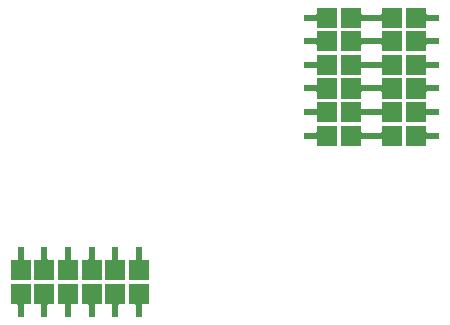
<source format=gbr>
G04 EAGLE Gerber RS-274X export*
G75*
%MOMM*%
%FSLAX34Y34*%
%LPD*%
%INSolderpaste Bottom*%
%IPPOS*%
%AMOC8*
5,1,8,0,0,1.08239X$1,22.5*%
G01*

G36*
X388005Y201499D02*
X388005Y201499D01*
X388004Y201500D01*
X388005Y201500D01*
X388005Y206150D01*
X388007Y206200D01*
X388007Y206205D01*
X388010Y206263D01*
X388010Y206264D01*
X388011Y206269D01*
X388011Y206274D01*
X388016Y206309D01*
X388017Y206314D01*
X388017Y206319D01*
X388018Y206324D01*
X388023Y206364D01*
X388024Y206369D01*
X388024Y206374D01*
X388024Y206375D01*
X388049Y206485D01*
X388083Y206593D01*
X388126Y206697D01*
X388178Y206798D01*
X388239Y206893D01*
X388308Y206982D01*
X388384Y207066D01*
X388467Y207142D01*
X388557Y207211D01*
X388653Y207272D01*
X388753Y207324D01*
X388857Y207367D01*
X388964Y207401D01*
X389075Y207425D01*
X389187Y207440D01*
X389300Y207445D01*
X404700Y207445D01*
X404813Y207440D01*
X404925Y207425D01*
X405035Y207401D01*
X405143Y207367D01*
X405247Y207324D01*
X405347Y207272D01*
X405443Y207211D01*
X405532Y207142D01*
X405616Y207066D01*
X405692Y206983D01*
X405761Y206893D01*
X405822Y206797D01*
X405874Y206697D01*
X405917Y206593D01*
X405951Y206485D01*
X405976Y206375D01*
X405990Y206263D01*
X405995Y206150D01*
X405995Y201500D01*
X406000Y201495D01*
X423000Y201495D01*
X423005Y201499D01*
X423005Y201500D01*
X423005Y218500D01*
X423001Y218505D01*
X423000Y218505D01*
X406000Y218505D01*
X405995Y218501D01*
X405996Y218500D01*
X405995Y218500D01*
X405995Y213850D01*
X405994Y213818D01*
X405994Y213813D01*
X405990Y213737D01*
X405989Y213729D01*
X405988Y213724D01*
X405988Y213719D01*
X405987Y213714D01*
X405982Y213674D01*
X405981Y213669D01*
X405981Y213664D01*
X405980Y213659D01*
X405976Y213625D01*
X405951Y213515D01*
X405917Y213407D01*
X405874Y213303D01*
X405822Y213202D01*
X405761Y213107D01*
X405692Y213018D01*
X405616Y212934D01*
X405533Y212858D01*
X405443Y212789D01*
X405348Y212728D01*
X405247Y212676D01*
X405143Y212633D01*
X405036Y212599D01*
X404925Y212575D01*
X404813Y212560D01*
X404711Y212555D01*
X404710Y212555D01*
X404700Y212555D01*
X389300Y212555D01*
X389290Y212555D01*
X389289Y212555D01*
X389187Y212560D01*
X389075Y212575D01*
X388965Y212599D01*
X388857Y212633D01*
X388753Y212676D01*
X388653Y212728D01*
X388557Y212789D01*
X388468Y212858D01*
X388384Y212934D01*
X388308Y213017D01*
X388239Y213107D01*
X388178Y213203D01*
X388126Y213303D01*
X388083Y213407D01*
X388049Y213515D01*
X388024Y213625D01*
X388010Y213737D01*
X388005Y213850D01*
X388005Y218500D01*
X388000Y218505D01*
X371000Y218505D01*
X370995Y218501D01*
X370995Y218500D01*
X370995Y201500D01*
X370999Y201495D01*
X371000Y201495D01*
X388000Y201495D01*
X388005Y201499D01*
G37*
G36*
X388005Y181499D02*
X388005Y181499D01*
X388004Y181500D01*
X388005Y181500D01*
X388005Y186150D01*
X388007Y186195D01*
X388007Y186200D01*
X388010Y186263D01*
X388010Y186264D01*
X388011Y186269D01*
X388011Y186274D01*
X388017Y186314D01*
X388017Y186319D01*
X388018Y186324D01*
X388018Y186329D01*
X388019Y186329D01*
X388018Y186329D01*
X388024Y186369D01*
X388024Y186374D01*
X388024Y186375D01*
X388049Y186485D01*
X388083Y186593D01*
X388126Y186697D01*
X388178Y186798D01*
X388239Y186893D01*
X388308Y186982D01*
X388384Y187066D01*
X388467Y187142D01*
X388557Y187211D01*
X388653Y187272D01*
X388753Y187324D01*
X388857Y187367D01*
X388965Y187401D01*
X389075Y187425D01*
X389187Y187440D01*
X389300Y187445D01*
X404700Y187445D01*
X404813Y187440D01*
X404925Y187426D01*
X405035Y187401D01*
X405143Y187367D01*
X405247Y187324D01*
X405347Y187272D01*
X405443Y187211D01*
X405532Y187142D01*
X405616Y187066D01*
X405692Y186983D01*
X405761Y186893D01*
X405822Y186798D01*
X405874Y186697D01*
X405917Y186593D01*
X405951Y186485D01*
X405976Y186375D01*
X405990Y186263D01*
X405995Y186150D01*
X405995Y181500D01*
X406000Y181495D01*
X423000Y181495D01*
X423005Y181499D01*
X423005Y181500D01*
X423005Y198500D01*
X423001Y198505D01*
X423000Y198505D01*
X406000Y198505D01*
X405995Y198501D01*
X405996Y198500D01*
X405995Y198500D01*
X405995Y193850D01*
X405994Y193813D01*
X405993Y193808D01*
X405990Y193737D01*
X405989Y193729D01*
X405988Y193724D01*
X405988Y193719D01*
X405987Y193714D01*
X405983Y193679D01*
X405982Y193674D01*
X405981Y193669D01*
X405981Y193664D01*
X405976Y193625D01*
X405951Y193515D01*
X405917Y193407D01*
X405874Y193303D01*
X405822Y193202D01*
X405761Y193107D01*
X405692Y193018D01*
X405616Y192934D01*
X405533Y192858D01*
X405443Y192789D01*
X405348Y192728D01*
X405247Y192676D01*
X405143Y192633D01*
X405036Y192599D01*
X404925Y192575D01*
X404813Y192560D01*
X404711Y192555D01*
X404710Y192555D01*
X404700Y192555D01*
X389300Y192555D01*
X389290Y192555D01*
X389289Y192555D01*
X389187Y192560D01*
X389075Y192575D01*
X388965Y192599D01*
X388857Y192633D01*
X388753Y192676D01*
X388653Y192728D01*
X388557Y192789D01*
X388468Y192858D01*
X388384Y192934D01*
X388308Y193018D01*
X388239Y193107D01*
X388178Y193203D01*
X388126Y193303D01*
X388083Y193407D01*
X388049Y193515D01*
X388024Y193625D01*
X388010Y193737D01*
X388005Y193850D01*
X388005Y198500D01*
X388000Y198505D01*
X371000Y198505D01*
X370995Y198501D01*
X370995Y198500D01*
X370995Y181500D01*
X370999Y181495D01*
X371000Y181495D01*
X388000Y181495D01*
X388005Y181499D01*
G37*
G36*
X388005Y221499D02*
X388005Y221499D01*
X388004Y221500D01*
X388005Y221500D01*
X388005Y226150D01*
X388007Y226205D01*
X388007Y226210D01*
X388010Y226262D01*
X388010Y226264D01*
X388011Y226269D01*
X388011Y226274D01*
X388015Y226304D01*
X388016Y226309D01*
X388017Y226314D01*
X388017Y226319D01*
X388022Y226354D01*
X388022Y226359D01*
X388023Y226364D01*
X388024Y226375D01*
X388049Y226485D01*
X388083Y226593D01*
X388126Y226697D01*
X388178Y226798D01*
X388239Y226892D01*
X388308Y226982D01*
X388384Y227066D01*
X388467Y227142D01*
X388557Y227211D01*
X388653Y227272D01*
X388753Y227324D01*
X388857Y227367D01*
X388964Y227401D01*
X389075Y227425D01*
X389187Y227440D01*
X389300Y227445D01*
X404700Y227445D01*
X404813Y227440D01*
X404925Y227425D01*
X405035Y227401D01*
X405143Y227367D01*
X405247Y227324D01*
X405347Y227272D01*
X405443Y227211D01*
X405532Y227142D01*
X405616Y227066D01*
X405692Y226982D01*
X405761Y226893D01*
X405822Y226797D01*
X405874Y226697D01*
X405917Y226593D01*
X405951Y226485D01*
X405976Y226375D01*
X405990Y226263D01*
X405995Y226150D01*
X405995Y221500D01*
X406000Y221495D01*
X423000Y221495D01*
X423005Y221499D01*
X423005Y221500D01*
X423005Y238500D01*
X423001Y238505D01*
X423000Y238505D01*
X406000Y238505D01*
X405995Y238501D01*
X405996Y238500D01*
X405995Y238500D01*
X405995Y233850D01*
X405994Y233818D01*
X405994Y233813D01*
X405990Y233737D01*
X405988Y233719D01*
X405987Y233714D01*
X405986Y233709D01*
X405986Y233704D01*
X405981Y233669D01*
X405981Y233664D01*
X405980Y233659D01*
X405976Y233625D01*
X405951Y233515D01*
X405917Y233407D01*
X405874Y233303D01*
X405822Y233202D01*
X405761Y233107D01*
X405692Y233018D01*
X405616Y232934D01*
X405533Y232858D01*
X405443Y232789D01*
X405348Y232728D01*
X405247Y232676D01*
X405143Y232633D01*
X405036Y232599D01*
X404925Y232574D01*
X404813Y232560D01*
X404709Y232555D01*
X404700Y232555D01*
X389300Y232555D01*
X389291Y232555D01*
X389187Y232560D01*
X389075Y232575D01*
X388965Y232599D01*
X388857Y232633D01*
X388753Y232676D01*
X388653Y232728D01*
X388557Y232789D01*
X388468Y232858D01*
X388384Y232934D01*
X388308Y233018D01*
X388239Y233107D01*
X388178Y233203D01*
X388126Y233303D01*
X388083Y233407D01*
X388049Y233514D01*
X388024Y233625D01*
X388010Y233737D01*
X388005Y233850D01*
X388005Y238500D01*
X388000Y238505D01*
X371000Y238505D01*
X370995Y238501D01*
X370995Y238500D01*
X370995Y221500D01*
X370999Y221495D01*
X371000Y221495D01*
X388000Y221495D01*
X388005Y221499D01*
G37*
G36*
X388005Y161499D02*
X388005Y161499D01*
X388004Y161500D01*
X388005Y161500D01*
X388005Y166150D01*
X388007Y166190D01*
X388007Y166195D01*
X388010Y166263D01*
X388012Y166279D01*
X388013Y166284D01*
X388013Y166289D01*
X388018Y166324D01*
X388018Y166329D01*
X388019Y166329D01*
X388018Y166329D01*
X388019Y166334D01*
X388024Y166369D01*
X388024Y166374D01*
X388024Y166375D01*
X388049Y166485D01*
X388083Y166593D01*
X388126Y166697D01*
X388178Y166798D01*
X388239Y166893D01*
X388308Y166982D01*
X388384Y167066D01*
X388467Y167142D01*
X388557Y167211D01*
X388653Y167272D01*
X388753Y167324D01*
X388857Y167367D01*
X388964Y167401D01*
X389075Y167426D01*
X389187Y167440D01*
X389300Y167445D01*
X404700Y167445D01*
X404813Y167440D01*
X404925Y167426D01*
X405035Y167401D01*
X405143Y167367D01*
X405247Y167324D01*
X405347Y167272D01*
X405443Y167211D01*
X405532Y167142D01*
X405616Y167066D01*
X405692Y166982D01*
X405761Y166893D01*
X405822Y166798D01*
X405874Y166697D01*
X405917Y166593D01*
X405951Y166486D01*
X405976Y166375D01*
X405990Y166263D01*
X405995Y166150D01*
X405995Y161500D01*
X406000Y161495D01*
X423000Y161495D01*
X423005Y161499D01*
X423005Y161500D01*
X423005Y178500D01*
X423001Y178505D01*
X423000Y178505D01*
X406000Y178505D01*
X405995Y178501D01*
X405996Y178500D01*
X405995Y178500D01*
X405995Y173850D01*
X405993Y173798D01*
X405993Y173793D01*
X405990Y173737D01*
X405990Y173734D01*
X405989Y173729D01*
X405988Y173724D01*
X405984Y173689D01*
X405983Y173684D01*
X405983Y173679D01*
X405978Y173644D01*
X405977Y173639D01*
X405977Y173634D01*
X405976Y173625D01*
X405951Y173515D01*
X405917Y173407D01*
X405874Y173303D01*
X405822Y173202D01*
X405761Y173108D01*
X405692Y173018D01*
X405616Y172934D01*
X405533Y172858D01*
X405443Y172789D01*
X405348Y172728D01*
X405247Y172676D01*
X405143Y172633D01*
X405036Y172599D01*
X404925Y172575D01*
X404813Y172560D01*
X404712Y172555D01*
X404711Y172555D01*
X404700Y172555D01*
X389300Y172555D01*
X389289Y172555D01*
X389187Y172560D01*
X389075Y172575D01*
X388965Y172599D01*
X388857Y172633D01*
X388753Y172676D01*
X388653Y172728D01*
X388557Y172789D01*
X388468Y172858D01*
X388384Y172934D01*
X388308Y173018D01*
X388239Y173107D01*
X388178Y173203D01*
X388126Y173303D01*
X388083Y173407D01*
X388049Y173515D01*
X388024Y173625D01*
X388010Y173737D01*
X388005Y173850D01*
X388005Y178500D01*
X388000Y178505D01*
X371000Y178505D01*
X370995Y178501D01*
X370995Y178500D01*
X370995Y161500D01*
X370999Y161495D01*
X371000Y161495D01*
X388000Y161495D01*
X388005Y161499D01*
G37*
G36*
X388005Y141499D02*
X388005Y141499D01*
X388004Y141500D01*
X388005Y141500D01*
X388005Y146150D01*
X388007Y146200D01*
X388007Y146205D01*
X388010Y146263D01*
X388010Y146264D01*
X388011Y146269D01*
X388016Y146309D01*
X388017Y146314D01*
X388017Y146319D01*
X388018Y146324D01*
X388024Y146369D01*
X388024Y146374D01*
X388024Y146375D01*
X388049Y146485D01*
X388083Y146593D01*
X388126Y146697D01*
X388178Y146798D01*
X388239Y146893D01*
X388308Y146982D01*
X388384Y147066D01*
X388467Y147142D01*
X388557Y147211D01*
X388653Y147272D01*
X388753Y147324D01*
X388857Y147367D01*
X388965Y147401D01*
X389075Y147426D01*
X389187Y147440D01*
X389300Y147445D01*
X404700Y147445D01*
X404813Y147440D01*
X404925Y147426D01*
X405035Y147401D01*
X405143Y147367D01*
X405247Y147324D01*
X405348Y147272D01*
X405443Y147211D01*
X405532Y147142D01*
X405616Y147066D01*
X405692Y146983D01*
X405761Y146893D01*
X405822Y146798D01*
X405874Y146698D01*
X405917Y146593D01*
X405951Y146486D01*
X405976Y146375D01*
X405990Y146263D01*
X405995Y146150D01*
X405995Y141500D01*
X406000Y141495D01*
X423000Y141495D01*
X423005Y141499D01*
X423005Y141500D01*
X423005Y158500D01*
X423001Y158505D01*
X423000Y158505D01*
X406000Y158505D01*
X405995Y158501D01*
X405996Y158500D01*
X405995Y158500D01*
X405995Y153850D01*
X405994Y153813D01*
X405993Y153808D01*
X405993Y153803D01*
X405990Y153737D01*
X405990Y153734D01*
X405989Y153729D01*
X405988Y153724D01*
X405988Y153719D01*
X405983Y153679D01*
X405982Y153674D01*
X405981Y153669D01*
X405981Y153664D01*
X405976Y153625D01*
X405951Y153515D01*
X405917Y153407D01*
X405874Y153303D01*
X405822Y153203D01*
X405761Y153108D01*
X405692Y153018D01*
X405616Y152934D01*
X405533Y152858D01*
X405443Y152789D01*
X405348Y152729D01*
X405247Y152676D01*
X405143Y152633D01*
X405036Y152599D01*
X404925Y152575D01*
X404813Y152560D01*
X404711Y152555D01*
X404700Y152555D01*
X389300Y152555D01*
X389289Y152555D01*
X389187Y152560D01*
X389075Y152575D01*
X388965Y152599D01*
X388857Y152633D01*
X388753Y152676D01*
X388652Y152729D01*
X388557Y152789D01*
X388468Y152858D01*
X388384Y152934D01*
X388308Y153018D01*
X388239Y153107D01*
X388178Y153203D01*
X388126Y153303D01*
X388083Y153407D01*
X388049Y153515D01*
X388024Y153625D01*
X388010Y153737D01*
X388005Y153850D01*
X388005Y158500D01*
X388000Y158505D01*
X371000Y158505D01*
X370995Y158501D01*
X370995Y158500D01*
X370995Y141500D01*
X370999Y141495D01*
X371000Y141495D01*
X388000Y141495D01*
X388005Y141499D01*
G37*
G36*
X388005Y241499D02*
X388005Y241499D01*
X388004Y241500D01*
X388005Y241500D01*
X388005Y246150D01*
X388007Y246195D01*
X388007Y246200D01*
X388010Y246262D01*
X388010Y246264D01*
X388011Y246269D01*
X388011Y246274D01*
X388017Y246314D01*
X388017Y246319D01*
X388018Y246324D01*
X388018Y246329D01*
X388019Y246329D01*
X388018Y246329D01*
X388024Y246369D01*
X388024Y246373D01*
X388024Y246374D01*
X388049Y246485D01*
X388083Y246593D01*
X388126Y246697D01*
X388178Y246798D01*
X388239Y246892D01*
X388308Y246982D01*
X388384Y247066D01*
X388467Y247142D01*
X388557Y247211D01*
X388653Y247271D01*
X388753Y247324D01*
X388857Y247367D01*
X388965Y247401D01*
X389075Y247425D01*
X389187Y247440D01*
X389300Y247445D01*
X404700Y247445D01*
X404813Y247440D01*
X404925Y247425D01*
X405035Y247401D01*
X405143Y247367D01*
X405247Y247324D01*
X405348Y247271D01*
X405443Y247211D01*
X405532Y247142D01*
X405616Y247066D01*
X405692Y246982D01*
X405761Y246893D01*
X405822Y246797D01*
X405874Y246697D01*
X405917Y246593D01*
X405951Y246485D01*
X405976Y246375D01*
X405990Y246263D01*
X405995Y246150D01*
X405995Y241500D01*
X406000Y241495D01*
X423000Y241495D01*
X423005Y241499D01*
X423005Y241500D01*
X423005Y258500D01*
X423001Y258505D01*
X423000Y258505D01*
X406000Y258505D01*
X405995Y258501D01*
X405996Y258500D01*
X405995Y258500D01*
X405995Y253850D01*
X405993Y253808D01*
X405993Y253803D01*
X405990Y253737D01*
X405990Y253734D01*
X405990Y253733D01*
X405989Y253729D01*
X405989Y253728D01*
X405988Y253724D01*
X405983Y253684D01*
X405983Y253679D01*
X405982Y253674D01*
X405981Y253669D01*
X405976Y253625D01*
X405951Y253515D01*
X405917Y253407D01*
X405874Y253303D01*
X405822Y253202D01*
X405761Y253107D01*
X405692Y253018D01*
X405616Y252934D01*
X405533Y252858D01*
X405443Y252789D01*
X405348Y252728D01*
X405247Y252676D01*
X405143Y252633D01*
X405035Y252599D01*
X404925Y252575D01*
X404813Y252560D01*
X404711Y252555D01*
X404700Y252555D01*
X389300Y252555D01*
X389289Y252555D01*
X389288Y252555D01*
X389187Y252560D01*
X389075Y252574D01*
X388965Y252599D01*
X388857Y252633D01*
X388753Y252676D01*
X388652Y252728D01*
X388557Y252789D01*
X388468Y252858D01*
X388384Y252934D01*
X388308Y253017D01*
X388239Y253107D01*
X388178Y253202D01*
X388126Y253302D01*
X388083Y253407D01*
X388049Y253514D01*
X388024Y253625D01*
X388010Y253737D01*
X388005Y253850D01*
X388005Y258500D01*
X388000Y258505D01*
X371000Y258505D01*
X370995Y258501D01*
X370995Y258500D01*
X370995Y241500D01*
X370999Y241495D01*
X371000Y241495D01*
X388000Y241495D01*
X388005Y241499D01*
G37*
G36*
X182555Y-3701D02*
X182555Y-3701D01*
X182555Y-3700D01*
X182555Y6200D01*
X182555Y6205D01*
X182560Y6310D01*
X182560Y6313D01*
X182563Y6335D01*
X182563Y6339D01*
X182563Y6340D01*
X182564Y6344D01*
X182564Y6345D01*
X182565Y6349D01*
X182569Y6384D01*
X182570Y6389D01*
X182570Y6394D01*
X182571Y6394D01*
X182570Y6394D01*
X182574Y6425D01*
X182599Y6535D01*
X182633Y6643D01*
X182676Y6747D01*
X182728Y6847D01*
X182789Y6943D01*
X182858Y7032D01*
X182934Y7116D01*
X183018Y7192D01*
X183107Y7261D01*
X183202Y7322D01*
X183303Y7374D01*
X183407Y7417D01*
X183514Y7451D01*
X183625Y7476D01*
X183737Y7490D01*
X183850Y7495D01*
X188500Y7495D01*
X188505Y7500D01*
X188505Y24500D01*
X188501Y24505D01*
X188500Y24505D01*
X171500Y24505D01*
X171495Y24501D01*
X171495Y24500D01*
X171495Y7500D01*
X171499Y7495D01*
X171500Y7496D01*
X171500Y7495D01*
X176150Y7495D01*
X176263Y7490D01*
X176375Y7476D01*
X176485Y7451D01*
X176593Y7417D01*
X176697Y7374D01*
X176798Y7322D01*
X176893Y7261D01*
X176982Y7192D01*
X177066Y7116D01*
X177142Y7033D01*
X177211Y6943D01*
X177272Y6848D01*
X177324Y6747D01*
X177367Y6643D01*
X177401Y6535D01*
X177425Y6425D01*
X177440Y6313D01*
X177445Y6200D01*
X177445Y-3700D01*
X177449Y-3705D01*
X177450Y-3705D01*
X182550Y-3705D01*
X182555Y-3701D01*
G37*
G36*
X122555Y-3701D02*
X122555Y-3701D01*
X122555Y-3700D01*
X122555Y6200D01*
X122555Y6205D01*
X122560Y6310D01*
X122560Y6313D01*
X122563Y6335D01*
X122563Y6339D01*
X122563Y6340D01*
X122564Y6344D01*
X122564Y6345D01*
X122565Y6349D01*
X122569Y6384D01*
X122570Y6389D01*
X122571Y6394D01*
X122575Y6425D01*
X122599Y6535D01*
X122633Y6643D01*
X122676Y6747D01*
X122728Y6847D01*
X122789Y6943D01*
X122858Y7032D01*
X122934Y7116D01*
X123018Y7192D01*
X123107Y7261D01*
X123203Y7322D01*
X123303Y7374D01*
X123407Y7417D01*
X123515Y7451D01*
X123625Y7476D01*
X123737Y7490D01*
X123850Y7495D01*
X128500Y7495D01*
X128505Y7500D01*
X128505Y24500D01*
X128501Y24505D01*
X128500Y24505D01*
X111500Y24505D01*
X111495Y24501D01*
X111495Y24500D01*
X111495Y7500D01*
X111499Y7495D01*
X111500Y7496D01*
X111500Y7495D01*
X116150Y7495D01*
X116263Y7490D01*
X116375Y7476D01*
X116485Y7451D01*
X116593Y7417D01*
X116697Y7374D01*
X116798Y7322D01*
X116893Y7261D01*
X116982Y7192D01*
X117066Y7116D01*
X117142Y7033D01*
X117211Y6943D01*
X117272Y6848D01*
X117324Y6747D01*
X117367Y6643D01*
X117401Y6535D01*
X117426Y6425D01*
X117440Y6313D01*
X117445Y6200D01*
X117445Y-3700D01*
X117449Y-3705D01*
X117450Y-3705D01*
X122550Y-3705D01*
X122555Y-3701D01*
G37*
G36*
X142555Y-3701D02*
X142555Y-3701D01*
X142555Y-3700D01*
X142555Y6200D01*
X142555Y6210D01*
X142559Y6305D01*
X142560Y6305D01*
X142559Y6305D01*
X142560Y6313D01*
X142563Y6335D01*
X142563Y6339D01*
X142563Y6340D01*
X142564Y6344D01*
X142564Y6345D01*
X142565Y6349D01*
X142569Y6384D01*
X142570Y6389D01*
X142571Y6394D01*
X142575Y6425D01*
X142599Y6535D01*
X142633Y6643D01*
X142676Y6747D01*
X142728Y6847D01*
X142789Y6943D01*
X142858Y7032D01*
X142934Y7116D01*
X143018Y7192D01*
X143107Y7261D01*
X143203Y7322D01*
X143303Y7374D01*
X143407Y7417D01*
X143515Y7451D01*
X143625Y7476D01*
X143737Y7490D01*
X143850Y7495D01*
X148500Y7495D01*
X148505Y7500D01*
X148505Y24500D01*
X148501Y24505D01*
X148500Y24505D01*
X131500Y24505D01*
X131495Y24501D01*
X131495Y24500D01*
X131495Y7500D01*
X131499Y7495D01*
X131500Y7496D01*
X131500Y7495D01*
X136150Y7495D01*
X136263Y7490D01*
X136375Y7476D01*
X136485Y7451D01*
X136593Y7417D01*
X136697Y7374D01*
X136798Y7322D01*
X136893Y7261D01*
X136982Y7192D01*
X137066Y7116D01*
X137142Y7033D01*
X137211Y6943D01*
X137272Y6848D01*
X137324Y6747D01*
X137367Y6643D01*
X137401Y6536D01*
X137425Y6425D01*
X137440Y6313D01*
X137445Y6200D01*
X137445Y-3700D01*
X137449Y-3705D01*
X137450Y-3705D01*
X142550Y-3705D01*
X142555Y-3701D01*
G37*
G36*
X162555Y-3701D02*
X162555Y-3701D01*
X162555Y-3700D01*
X162555Y6200D01*
X162555Y6205D01*
X162560Y6310D01*
X162560Y6313D01*
X162563Y6335D01*
X162563Y6339D01*
X162563Y6340D01*
X162564Y6344D01*
X162564Y6345D01*
X162565Y6349D01*
X162569Y6384D01*
X162570Y6389D01*
X162570Y6394D01*
X162571Y6394D01*
X162570Y6394D01*
X162574Y6425D01*
X162599Y6535D01*
X162633Y6643D01*
X162676Y6747D01*
X162728Y6847D01*
X162789Y6943D01*
X162858Y7032D01*
X162934Y7116D01*
X163017Y7192D01*
X163107Y7261D01*
X163202Y7322D01*
X163303Y7374D01*
X163407Y7417D01*
X163515Y7451D01*
X163625Y7476D01*
X163737Y7490D01*
X163850Y7495D01*
X168500Y7495D01*
X168505Y7500D01*
X168505Y24500D01*
X168501Y24505D01*
X168500Y24505D01*
X151500Y24505D01*
X151495Y24501D01*
X151495Y24500D01*
X151495Y7500D01*
X151499Y7495D01*
X151500Y7496D01*
X151500Y7495D01*
X156150Y7495D01*
X156263Y7490D01*
X156375Y7476D01*
X156485Y7451D01*
X156593Y7417D01*
X156697Y7374D01*
X156798Y7322D01*
X156893Y7261D01*
X156982Y7192D01*
X157066Y7116D01*
X157142Y7033D01*
X157211Y6943D01*
X157272Y6848D01*
X157324Y6747D01*
X157367Y6643D01*
X157401Y6535D01*
X157425Y6425D01*
X157440Y6313D01*
X157445Y6200D01*
X157445Y-3700D01*
X157449Y-3705D01*
X157450Y-3705D01*
X162550Y-3705D01*
X162555Y-3701D01*
G37*
G36*
X368005Y161499D02*
X368005Y161499D01*
X368005Y161500D01*
X368005Y178500D01*
X368001Y178505D01*
X368000Y178505D01*
X351000Y178505D01*
X350995Y178501D01*
X350996Y178500D01*
X350995Y178500D01*
X350995Y173850D01*
X350993Y173798D01*
X350993Y173793D01*
X350990Y173737D01*
X350990Y173734D01*
X350989Y173729D01*
X350988Y173724D01*
X350984Y173689D01*
X350983Y173684D01*
X350983Y173679D01*
X350978Y173644D01*
X350977Y173639D01*
X350977Y173634D01*
X350976Y173625D01*
X350951Y173515D01*
X350917Y173407D01*
X350874Y173303D01*
X350822Y173202D01*
X350761Y173108D01*
X350692Y173018D01*
X350616Y172934D01*
X350533Y172858D01*
X350443Y172789D01*
X350348Y172728D01*
X350247Y172676D01*
X350143Y172633D01*
X350036Y172599D01*
X349925Y172575D01*
X349813Y172560D01*
X349712Y172555D01*
X349711Y172555D01*
X349700Y172555D01*
X339800Y172555D01*
X339795Y172551D01*
X339795Y172550D01*
X339795Y167450D01*
X339799Y167445D01*
X339800Y167445D01*
X349700Y167445D01*
X349813Y167440D01*
X349925Y167426D01*
X350035Y167401D01*
X350143Y167367D01*
X350247Y167324D01*
X350347Y167272D01*
X350443Y167211D01*
X350532Y167142D01*
X350616Y167066D01*
X350692Y166982D01*
X350761Y166893D01*
X350822Y166798D01*
X350874Y166697D01*
X350917Y166593D01*
X350951Y166486D01*
X350976Y166375D01*
X350990Y166263D01*
X350995Y166150D01*
X350995Y161500D01*
X351000Y161495D01*
X368000Y161495D01*
X368005Y161499D01*
G37*
G36*
X368005Y221499D02*
X368005Y221499D01*
X368005Y221500D01*
X368005Y238500D01*
X368001Y238505D01*
X368000Y238505D01*
X351000Y238505D01*
X350995Y238501D01*
X350996Y238500D01*
X350995Y238500D01*
X350995Y233850D01*
X350994Y233818D01*
X350994Y233813D01*
X350990Y233737D01*
X350988Y233719D01*
X350987Y233714D01*
X350986Y233709D01*
X350986Y233704D01*
X350981Y233669D01*
X350981Y233664D01*
X350980Y233659D01*
X350976Y233625D01*
X350951Y233515D01*
X350917Y233407D01*
X350874Y233303D01*
X350822Y233202D01*
X350761Y233107D01*
X350692Y233018D01*
X350616Y232934D01*
X350533Y232858D01*
X350443Y232789D01*
X350348Y232728D01*
X350247Y232676D01*
X350143Y232633D01*
X350036Y232599D01*
X349925Y232574D01*
X349813Y232560D01*
X349709Y232555D01*
X349700Y232555D01*
X339800Y232555D01*
X339795Y232551D01*
X339795Y232550D01*
X339795Y227450D01*
X339799Y227445D01*
X339800Y227445D01*
X349700Y227445D01*
X349813Y227440D01*
X349925Y227425D01*
X350035Y227401D01*
X350143Y227367D01*
X350247Y227324D01*
X350347Y227272D01*
X350443Y227211D01*
X350532Y227142D01*
X350616Y227066D01*
X350692Y226982D01*
X350761Y226893D01*
X350822Y226797D01*
X350874Y226697D01*
X350917Y226593D01*
X350951Y226485D01*
X350976Y226375D01*
X350990Y226263D01*
X350995Y226150D01*
X350995Y221500D01*
X351000Y221495D01*
X368000Y221495D01*
X368005Y221499D01*
G37*
G36*
X443005Y221499D02*
X443005Y221499D01*
X443004Y221500D01*
X443005Y221500D01*
X443005Y226150D01*
X443007Y226205D01*
X443007Y226210D01*
X443010Y226262D01*
X443010Y226264D01*
X443011Y226269D01*
X443011Y226274D01*
X443015Y226304D01*
X443016Y226309D01*
X443017Y226314D01*
X443017Y226319D01*
X443022Y226354D01*
X443022Y226359D01*
X443023Y226364D01*
X443024Y226375D01*
X443049Y226485D01*
X443083Y226593D01*
X443126Y226697D01*
X443178Y226798D01*
X443239Y226892D01*
X443308Y226982D01*
X443384Y227066D01*
X443467Y227142D01*
X443557Y227211D01*
X443653Y227272D01*
X443753Y227324D01*
X443857Y227367D01*
X443964Y227401D01*
X444075Y227425D01*
X444187Y227440D01*
X444300Y227445D01*
X454200Y227445D01*
X454205Y227449D01*
X454205Y227450D01*
X454205Y232550D01*
X454201Y232555D01*
X454200Y232555D01*
X444300Y232555D01*
X444291Y232555D01*
X444187Y232560D01*
X444075Y232575D01*
X443965Y232599D01*
X443857Y232633D01*
X443753Y232676D01*
X443653Y232728D01*
X443557Y232789D01*
X443468Y232858D01*
X443384Y232934D01*
X443308Y233018D01*
X443239Y233107D01*
X443178Y233203D01*
X443126Y233303D01*
X443083Y233407D01*
X443049Y233514D01*
X443024Y233625D01*
X443010Y233737D01*
X443005Y233850D01*
X443005Y238500D01*
X443000Y238505D01*
X426000Y238505D01*
X425995Y238501D01*
X425995Y238500D01*
X425995Y221500D01*
X425999Y221495D01*
X426000Y221495D01*
X443000Y221495D01*
X443005Y221499D01*
G37*
G36*
X128505Y27499D02*
X128505Y27499D01*
X128505Y27500D01*
X128505Y44500D01*
X128501Y44505D01*
X128501Y44504D01*
X128500Y44505D01*
X123850Y44505D01*
X123780Y44508D01*
X123737Y44510D01*
X123625Y44525D01*
X123515Y44549D01*
X123407Y44583D01*
X123303Y44626D01*
X123202Y44678D01*
X123108Y44739D01*
X123018Y44808D01*
X122934Y44884D01*
X122858Y44967D01*
X122789Y45057D01*
X122728Y45153D01*
X122676Y45253D01*
X122633Y45357D01*
X122599Y45464D01*
X122575Y45575D01*
X122560Y45687D01*
X122555Y45800D01*
X122555Y55700D01*
X122551Y55705D01*
X122550Y55705D01*
X117450Y55705D01*
X117445Y55701D01*
X117445Y55700D01*
X117445Y45800D01*
X117443Y45746D01*
X117441Y45696D01*
X117440Y45687D01*
X117438Y45671D01*
X117437Y45666D01*
X117437Y45661D01*
X117432Y45627D01*
X117432Y45626D01*
X117432Y45622D01*
X117432Y45621D01*
X117431Y45617D01*
X117430Y45612D01*
X117426Y45582D01*
X117426Y45577D01*
X117426Y45575D01*
X117401Y45465D01*
X117367Y45357D01*
X117324Y45253D01*
X117272Y45153D01*
X117211Y45057D01*
X117142Y44968D01*
X117066Y44884D01*
X116982Y44808D01*
X116893Y44739D01*
X116798Y44678D01*
X116697Y44626D01*
X116593Y44583D01*
X116486Y44549D01*
X116375Y44524D01*
X116263Y44510D01*
X116221Y44508D01*
X116220Y44508D01*
X116150Y44505D01*
X111500Y44505D01*
X111495Y44500D01*
X111495Y27500D01*
X111499Y27495D01*
X111500Y27495D01*
X128500Y27495D01*
X128505Y27499D01*
G37*
G36*
X368005Y201499D02*
X368005Y201499D01*
X368005Y201500D01*
X368005Y218500D01*
X368001Y218505D01*
X368000Y218505D01*
X351000Y218505D01*
X350995Y218501D01*
X350996Y218500D01*
X350995Y218500D01*
X350995Y213850D01*
X350994Y213818D01*
X350994Y213813D01*
X350990Y213737D01*
X350989Y213729D01*
X350988Y213724D01*
X350988Y213719D01*
X350987Y213714D01*
X350982Y213674D01*
X350981Y213669D01*
X350981Y213664D01*
X350980Y213659D01*
X350976Y213625D01*
X350951Y213515D01*
X350917Y213407D01*
X350874Y213303D01*
X350822Y213202D01*
X350761Y213107D01*
X350692Y213018D01*
X350616Y212934D01*
X350533Y212858D01*
X350443Y212789D01*
X350348Y212728D01*
X350247Y212676D01*
X350143Y212633D01*
X350036Y212599D01*
X349925Y212575D01*
X349813Y212560D01*
X349711Y212555D01*
X349710Y212555D01*
X349700Y212555D01*
X339800Y212555D01*
X339795Y212551D01*
X339795Y212550D01*
X339795Y207450D01*
X339799Y207445D01*
X339800Y207445D01*
X349700Y207445D01*
X349813Y207440D01*
X349925Y207425D01*
X350035Y207401D01*
X350143Y207367D01*
X350247Y207324D01*
X350347Y207272D01*
X350443Y207211D01*
X350532Y207142D01*
X350616Y207066D01*
X350692Y206983D01*
X350761Y206893D01*
X350822Y206797D01*
X350874Y206697D01*
X350917Y206593D01*
X350951Y206485D01*
X350976Y206375D01*
X350990Y206263D01*
X350995Y206150D01*
X350995Y201500D01*
X351000Y201495D01*
X368000Y201495D01*
X368005Y201499D01*
G37*
G36*
X368005Y181499D02*
X368005Y181499D01*
X368005Y181500D01*
X368005Y198500D01*
X368001Y198505D01*
X368000Y198505D01*
X351000Y198505D01*
X350995Y198501D01*
X350996Y198500D01*
X350995Y198500D01*
X350995Y193850D01*
X350994Y193813D01*
X350993Y193808D01*
X350990Y193737D01*
X350989Y193729D01*
X350988Y193724D01*
X350988Y193719D01*
X350987Y193714D01*
X350983Y193679D01*
X350982Y193674D01*
X350981Y193669D01*
X350981Y193664D01*
X350976Y193625D01*
X350951Y193515D01*
X350917Y193407D01*
X350874Y193303D01*
X350822Y193202D01*
X350761Y193107D01*
X350692Y193018D01*
X350616Y192934D01*
X350533Y192858D01*
X350443Y192789D01*
X350348Y192728D01*
X350247Y192676D01*
X350143Y192633D01*
X350036Y192599D01*
X349925Y192575D01*
X349813Y192560D01*
X349711Y192555D01*
X349710Y192555D01*
X349700Y192555D01*
X339800Y192555D01*
X339795Y192551D01*
X339795Y192550D01*
X339795Y187450D01*
X339799Y187445D01*
X339800Y187445D01*
X349700Y187445D01*
X349813Y187440D01*
X349925Y187426D01*
X350035Y187401D01*
X350143Y187367D01*
X350247Y187324D01*
X350347Y187272D01*
X350443Y187211D01*
X350532Y187142D01*
X350616Y187066D01*
X350692Y186983D01*
X350761Y186893D01*
X350822Y186798D01*
X350874Y186697D01*
X350917Y186593D01*
X350951Y186485D01*
X350976Y186375D01*
X350990Y186263D01*
X350995Y186150D01*
X350995Y181500D01*
X351000Y181495D01*
X368000Y181495D01*
X368005Y181499D01*
G37*
G36*
X443005Y161499D02*
X443005Y161499D01*
X443004Y161500D01*
X443005Y161500D01*
X443005Y166150D01*
X443007Y166190D01*
X443007Y166195D01*
X443010Y166263D01*
X443012Y166279D01*
X443013Y166284D01*
X443013Y166289D01*
X443018Y166324D01*
X443018Y166329D01*
X443019Y166329D01*
X443018Y166329D01*
X443019Y166334D01*
X443024Y166369D01*
X443024Y166374D01*
X443024Y166375D01*
X443049Y166485D01*
X443083Y166593D01*
X443126Y166697D01*
X443178Y166798D01*
X443239Y166893D01*
X443308Y166982D01*
X443384Y167066D01*
X443467Y167142D01*
X443557Y167211D01*
X443653Y167272D01*
X443753Y167324D01*
X443857Y167367D01*
X443964Y167401D01*
X444075Y167426D01*
X444187Y167440D01*
X444300Y167445D01*
X454200Y167445D01*
X454205Y167449D01*
X454205Y167450D01*
X454205Y172550D01*
X454201Y172555D01*
X454200Y172555D01*
X444300Y172555D01*
X444289Y172555D01*
X444187Y172560D01*
X444075Y172575D01*
X443965Y172599D01*
X443857Y172633D01*
X443753Y172676D01*
X443653Y172728D01*
X443557Y172789D01*
X443468Y172858D01*
X443384Y172934D01*
X443308Y173018D01*
X443239Y173107D01*
X443178Y173203D01*
X443126Y173303D01*
X443083Y173407D01*
X443049Y173515D01*
X443024Y173625D01*
X443010Y173737D01*
X443005Y173850D01*
X443005Y178500D01*
X443000Y178505D01*
X426000Y178505D01*
X425995Y178501D01*
X425995Y178500D01*
X425995Y161500D01*
X425999Y161495D01*
X426000Y161495D01*
X443000Y161495D01*
X443005Y161499D01*
G37*
G36*
X188505Y27499D02*
X188505Y27499D01*
X188505Y27500D01*
X188505Y44500D01*
X188501Y44505D01*
X188500Y44504D01*
X188500Y44505D01*
X183850Y44505D01*
X183780Y44508D01*
X183779Y44508D01*
X183737Y44510D01*
X183625Y44525D01*
X183515Y44549D01*
X183407Y44583D01*
X183303Y44626D01*
X183202Y44678D01*
X183107Y44739D01*
X183018Y44808D01*
X182934Y44884D01*
X182858Y44967D01*
X182789Y45057D01*
X182728Y45153D01*
X182676Y45253D01*
X182633Y45357D01*
X182599Y45464D01*
X182574Y45575D01*
X182560Y45687D01*
X182555Y45800D01*
X182555Y55700D01*
X182551Y55705D01*
X182550Y55705D01*
X177450Y55705D01*
X177445Y55701D01*
X177445Y55700D01*
X177445Y45800D01*
X177443Y45746D01*
X177441Y45696D01*
X177440Y45687D01*
X177438Y45671D01*
X177437Y45666D01*
X177437Y45661D01*
X177432Y45627D01*
X177432Y45626D01*
X177432Y45622D01*
X177431Y45622D01*
X177432Y45621D01*
X177431Y45617D01*
X177430Y45612D01*
X177426Y45582D01*
X177426Y45577D01*
X177425Y45575D01*
X177401Y45465D01*
X177367Y45357D01*
X177324Y45253D01*
X177272Y45153D01*
X177211Y45057D01*
X177142Y44968D01*
X177066Y44884D01*
X176982Y44808D01*
X176893Y44739D01*
X176797Y44678D01*
X176697Y44626D01*
X176593Y44583D01*
X176486Y44549D01*
X176375Y44524D01*
X176263Y44510D01*
X176221Y44508D01*
X176220Y44508D01*
X176150Y44505D01*
X171500Y44505D01*
X171495Y44500D01*
X171495Y27500D01*
X171499Y27495D01*
X171500Y27495D01*
X188500Y27495D01*
X188505Y27499D01*
G37*
G36*
X443005Y181499D02*
X443005Y181499D01*
X443004Y181500D01*
X443005Y181500D01*
X443005Y186150D01*
X443007Y186195D01*
X443007Y186200D01*
X443010Y186263D01*
X443010Y186264D01*
X443011Y186269D01*
X443011Y186274D01*
X443017Y186314D01*
X443017Y186319D01*
X443018Y186324D01*
X443018Y186329D01*
X443019Y186329D01*
X443018Y186329D01*
X443024Y186369D01*
X443024Y186374D01*
X443024Y186375D01*
X443049Y186485D01*
X443083Y186593D01*
X443126Y186697D01*
X443178Y186798D01*
X443239Y186893D01*
X443308Y186982D01*
X443384Y187066D01*
X443467Y187142D01*
X443557Y187211D01*
X443653Y187272D01*
X443753Y187324D01*
X443857Y187367D01*
X443965Y187401D01*
X444075Y187425D01*
X444187Y187440D01*
X444300Y187445D01*
X454200Y187445D01*
X454205Y187449D01*
X454205Y187450D01*
X454205Y192550D01*
X454201Y192555D01*
X454200Y192555D01*
X444300Y192555D01*
X444290Y192555D01*
X444289Y192555D01*
X444187Y192560D01*
X444075Y192575D01*
X443965Y192599D01*
X443857Y192633D01*
X443753Y192676D01*
X443653Y192728D01*
X443557Y192789D01*
X443468Y192858D01*
X443384Y192934D01*
X443308Y193018D01*
X443239Y193107D01*
X443178Y193203D01*
X443126Y193303D01*
X443083Y193407D01*
X443049Y193515D01*
X443024Y193625D01*
X443010Y193737D01*
X443005Y193850D01*
X443005Y198500D01*
X443000Y198505D01*
X426000Y198505D01*
X425995Y198501D01*
X425995Y198500D01*
X425995Y181500D01*
X425999Y181495D01*
X426000Y181495D01*
X443000Y181495D01*
X443005Y181499D01*
G37*
G36*
X168505Y27499D02*
X168505Y27499D01*
X168505Y27500D01*
X168505Y44500D01*
X168501Y44505D01*
X168500Y44504D01*
X168500Y44505D01*
X163850Y44505D01*
X163780Y44508D01*
X163779Y44508D01*
X163737Y44510D01*
X163625Y44525D01*
X163515Y44549D01*
X163407Y44583D01*
X163303Y44626D01*
X163202Y44678D01*
X163107Y44739D01*
X163018Y44808D01*
X162934Y44884D01*
X162858Y44967D01*
X162789Y45057D01*
X162728Y45153D01*
X162676Y45253D01*
X162633Y45357D01*
X162599Y45464D01*
X162575Y45575D01*
X162560Y45687D01*
X162555Y45800D01*
X162555Y55700D01*
X162551Y55705D01*
X162550Y55705D01*
X157450Y55705D01*
X157445Y55701D01*
X157445Y55700D01*
X157445Y45800D01*
X157445Y45795D01*
X157441Y45701D01*
X157440Y45687D01*
X157438Y45671D01*
X157437Y45666D01*
X157437Y45661D01*
X157432Y45627D01*
X157432Y45626D01*
X157432Y45622D01*
X157432Y45621D01*
X157431Y45617D01*
X157430Y45612D01*
X157426Y45582D01*
X157426Y45577D01*
X157425Y45575D01*
X157401Y45465D01*
X157367Y45357D01*
X157324Y45253D01*
X157272Y45153D01*
X157211Y45057D01*
X157142Y44968D01*
X157066Y44884D01*
X156983Y44808D01*
X156893Y44739D01*
X156797Y44678D01*
X156697Y44626D01*
X156593Y44583D01*
X156486Y44549D01*
X156375Y44524D01*
X156263Y44510D01*
X156221Y44508D01*
X156220Y44508D01*
X156150Y44505D01*
X151500Y44505D01*
X151495Y44500D01*
X151495Y27500D01*
X151499Y27495D01*
X151500Y27495D01*
X168500Y27495D01*
X168505Y27499D01*
G37*
G36*
X443005Y201499D02*
X443005Y201499D01*
X443004Y201500D01*
X443005Y201500D01*
X443005Y206150D01*
X443007Y206200D01*
X443007Y206205D01*
X443010Y206263D01*
X443010Y206264D01*
X443011Y206269D01*
X443011Y206274D01*
X443016Y206309D01*
X443017Y206314D01*
X443017Y206319D01*
X443018Y206324D01*
X443023Y206364D01*
X443024Y206369D01*
X443024Y206374D01*
X443024Y206375D01*
X443049Y206485D01*
X443083Y206593D01*
X443126Y206697D01*
X443178Y206798D01*
X443239Y206893D01*
X443308Y206982D01*
X443384Y207066D01*
X443467Y207142D01*
X443557Y207211D01*
X443653Y207272D01*
X443753Y207324D01*
X443857Y207367D01*
X443964Y207401D01*
X444075Y207425D01*
X444187Y207440D01*
X444300Y207445D01*
X454200Y207445D01*
X454205Y207449D01*
X454205Y207450D01*
X454205Y212550D01*
X454201Y212555D01*
X454200Y212555D01*
X444300Y212555D01*
X444290Y212555D01*
X444289Y212555D01*
X444187Y212560D01*
X444075Y212575D01*
X443965Y212599D01*
X443857Y212633D01*
X443753Y212676D01*
X443653Y212728D01*
X443557Y212789D01*
X443468Y212858D01*
X443384Y212934D01*
X443308Y213017D01*
X443239Y213107D01*
X443178Y213203D01*
X443126Y213303D01*
X443083Y213407D01*
X443049Y213515D01*
X443024Y213625D01*
X443010Y213737D01*
X443005Y213850D01*
X443005Y218500D01*
X443000Y218505D01*
X426000Y218505D01*
X425995Y218501D01*
X425995Y218500D01*
X425995Y201500D01*
X425999Y201495D01*
X426000Y201495D01*
X443000Y201495D01*
X443005Y201499D01*
G37*
G36*
X148505Y27499D02*
X148505Y27499D01*
X148505Y27500D01*
X148505Y44500D01*
X148501Y44505D01*
X148500Y44504D01*
X148500Y44505D01*
X143850Y44505D01*
X143780Y44508D01*
X143779Y44508D01*
X143737Y44510D01*
X143625Y44525D01*
X143515Y44549D01*
X143407Y44583D01*
X143303Y44626D01*
X143202Y44678D01*
X143107Y44739D01*
X143018Y44808D01*
X142934Y44884D01*
X142858Y44967D01*
X142789Y45057D01*
X142728Y45153D01*
X142676Y45253D01*
X142633Y45357D01*
X142599Y45464D01*
X142575Y45575D01*
X142560Y45687D01*
X142555Y45800D01*
X142555Y55700D01*
X142551Y55705D01*
X142550Y55705D01*
X137450Y55705D01*
X137445Y55701D01*
X137445Y55700D01*
X137445Y45800D01*
X137443Y45746D01*
X137441Y45696D01*
X137440Y45687D01*
X137438Y45671D01*
X137437Y45666D01*
X137437Y45661D01*
X137432Y45627D01*
X137432Y45626D01*
X137432Y45622D01*
X137432Y45621D01*
X137431Y45617D01*
X137430Y45612D01*
X137426Y45582D01*
X137426Y45577D01*
X137426Y45575D01*
X137401Y45465D01*
X137367Y45357D01*
X137324Y45253D01*
X137272Y45153D01*
X137211Y45057D01*
X137142Y44968D01*
X137066Y44884D01*
X136983Y44808D01*
X136893Y44739D01*
X136798Y44678D01*
X136697Y44626D01*
X136593Y44583D01*
X136486Y44549D01*
X136375Y44524D01*
X136263Y44510D01*
X136221Y44508D01*
X136220Y44508D01*
X136150Y44505D01*
X131500Y44505D01*
X131495Y44500D01*
X131495Y27500D01*
X131499Y27495D01*
X131500Y27495D01*
X148500Y27495D01*
X148505Y27499D01*
G37*
G36*
X102555Y-3701D02*
X102555Y-3701D01*
X102555Y-3700D01*
X102555Y6200D01*
X102555Y6205D01*
X102560Y6310D01*
X102560Y6313D01*
X102563Y6335D01*
X102563Y6339D01*
X102563Y6340D01*
X102564Y6344D01*
X102564Y6345D01*
X102565Y6349D01*
X102569Y6384D01*
X102570Y6389D01*
X102571Y6394D01*
X102575Y6425D01*
X102599Y6535D01*
X102633Y6643D01*
X102676Y6747D01*
X102729Y6848D01*
X102789Y6943D01*
X102858Y7032D01*
X102934Y7116D01*
X103018Y7192D01*
X103107Y7261D01*
X103203Y7322D01*
X103303Y7374D01*
X103407Y7417D01*
X103515Y7451D01*
X103625Y7476D01*
X103737Y7490D01*
X103850Y7495D01*
X108500Y7495D01*
X108505Y7500D01*
X108505Y24500D01*
X108501Y24505D01*
X108500Y24505D01*
X91500Y24505D01*
X91495Y24501D01*
X91495Y24500D01*
X91495Y7500D01*
X91499Y7495D01*
X91500Y7496D01*
X91500Y7495D01*
X96150Y7495D01*
X96263Y7490D01*
X96375Y7476D01*
X96485Y7451D01*
X96593Y7417D01*
X96697Y7374D01*
X96798Y7322D01*
X96893Y7261D01*
X96983Y7192D01*
X97066Y7116D01*
X97142Y7033D01*
X97211Y6943D01*
X97272Y6848D01*
X97324Y6747D01*
X97367Y6643D01*
X97401Y6535D01*
X97426Y6425D01*
X97440Y6313D01*
X97445Y6200D01*
X97445Y-3700D01*
X97450Y-3705D01*
X102550Y-3705D01*
X102555Y-3701D01*
G37*
G36*
X202555Y-3701D02*
X202555Y-3701D01*
X202554Y-3700D01*
X202555Y-3700D01*
X202555Y6200D01*
X202558Y6275D01*
X202560Y6310D01*
X202560Y6313D01*
X202564Y6349D01*
X202565Y6349D01*
X202565Y6354D01*
X202566Y6359D01*
X202566Y6364D01*
X202567Y6369D01*
X202568Y6374D01*
X202574Y6425D01*
X202599Y6535D01*
X202633Y6643D01*
X202676Y6747D01*
X202728Y6848D01*
X202789Y6943D01*
X202858Y7032D01*
X202934Y7116D01*
X203017Y7192D01*
X203107Y7261D01*
X203202Y7322D01*
X203302Y7374D01*
X203407Y7417D01*
X203514Y7451D01*
X203625Y7476D01*
X203737Y7490D01*
X203850Y7495D01*
X208500Y7495D01*
X208505Y7500D01*
X208505Y24500D01*
X208501Y24505D01*
X208500Y24505D01*
X191500Y24505D01*
X191495Y24501D01*
X191495Y24500D01*
X191495Y7500D01*
X191499Y7495D01*
X191500Y7496D01*
X191500Y7495D01*
X196150Y7495D01*
X196263Y7490D01*
X196375Y7476D01*
X196485Y7451D01*
X196593Y7417D01*
X196697Y7374D01*
X196798Y7322D01*
X196892Y7261D01*
X196982Y7192D01*
X197066Y7116D01*
X197142Y7033D01*
X197211Y6943D01*
X197271Y6848D01*
X197324Y6747D01*
X197367Y6643D01*
X197401Y6536D01*
X197425Y6425D01*
X197440Y6313D01*
X197445Y6200D01*
X197445Y-3700D01*
X197449Y-3705D01*
X197450Y-3705D01*
X202550Y-3705D01*
X202555Y-3701D01*
G37*
G36*
X368005Y241499D02*
X368005Y241499D01*
X368005Y241500D01*
X368005Y258500D01*
X368001Y258505D01*
X368000Y258505D01*
X351000Y258505D01*
X350995Y258501D01*
X350996Y258500D01*
X350995Y258500D01*
X350995Y253850D01*
X350993Y253808D01*
X350993Y253803D01*
X350990Y253737D01*
X350990Y253734D01*
X350990Y253733D01*
X350989Y253729D01*
X350989Y253728D01*
X350988Y253724D01*
X350983Y253684D01*
X350983Y253679D01*
X350982Y253674D01*
X350981Y253669D01*
X350976Y253625D01*
X350951Y253515D01*
X350917Y253407D01*
X350874Y253303D01*
X350822Y253202D01*
X350761Y253107D01*
X350692Y253018D01*
X350616Y252934D01*
X350533Y252858D01*
X350443Y252789D01*
X350348Y252728D01*
X350247Y252676D01*
X350143Y252633D01*
X350035Y252599D01*
X349925Y252575D01*
X349813Y252560D01*
X349711Y252555D01*
X349700Y252555D01*
X339800Y252555D01*
X339795Y252550D01*
X339795Y247450D01*
X339799Y247445D01*
X339800Y247445D01*
X349700Y247445D01*
X349813Y247440D01*
X349925Y247425D01*
X350035Y247401D01*
X350143Y247367D01*
X350247Y247324D01*
X350348Y247271D01*
X350443Y247211D01*
X350532Y247142D01*
X350616Y247066D01*
X350692Y246982D01*
X350761Y246893D01*
X350822Y246797D01*
X350874Y246697D01*
X350917Y246593D01*
X350951Y246485D01*
X350976Y246375D01*
X350990Y246263D01*
X350995Y246150D01*
X350995Y241500D01*
X351000Y241495D01*
X368000Y241495D01*
X368005Y241499D01*
G37*
G36*
X368005Y141499D02*
X368005Y141499D01*
X368005Y141500D01*
X368005Y158500D01*
X368001Y158505D01*
X368000Y158505D01*
X351000Y158505D01*
X350995Y158501D01*
X350996Y158500D01*
X350995Y158500D01*
X350995Y153850D01*
X350994Y153813D01*
X350993Y153808D01*
X350993Y153803D01*
X350990Y153737D01*
X350990Y153734D01*
X350989Y153729D01*
X350988Y153724D01*
X350988Y153719D01*
X350983Y153679D01*
X350982Y153674D01*
X350981Y153669D01*
X350981Y153664D01*
X350976Y153625D01*
X350951Y153515D01*
X350917Y153407D01*
X350874Y153303D01*
X350822Y153203D01*
X350761Y153108D01*
X350692Y153018D01*
X350616Y152934D01*
X350533Y152858D01*
X350443Y152789D01*
X350348Y152729D01*
X350247Y152676D01*
X350143Y152633D01*
X350036Y152599D01*
X349925Y152575D01*
X349813Y152560D01*
X349711Y152555D01*
X349700Y152555D01*
X339800Y152555D01*
X339795Y152551D01*
X339795Y152550D01*
X339795Y147450D01*
X339799Y147445D01*
X339800Y147446D01*
X339800Y147445D01*
X349700Y147445D01*
X349813Y147440D01*
X349925Y147426D01*
X350035Y147401D01*
X350143Y147367D01*
X350247Y147324D01*
X350348Y147272D01*
X350443Y147211D01*
X350532Y147142D01*
X350616Y147066D01*
X350692Y146983D01*
X350761Y146893D01*
X350822Y146798D01*
X350874Y146698D01*
X350917Y146593D01*
X350951Y146486D01*
X350976Y146375D01*
X350990Y146263D01*
X350995Y146150D01*
X350995Y141500D01*
X351000Y141495D01*
X368000Y141495D01*
X368005Y141499D01*
G37*
G36*
X443005Y141499D02*
X443005Y141499D01*
X443004Y141500D01*
X443005Y141500D01*
X443005Y146150D01*
X443007Y146200D01*
X443007Y146205D01*
X443010Y146263D01*
X443010Y146264D01*
X443011Y146269D01*
X443016Y146309D01*
X443017Y146314D01*
X443017Y146319D01*
X443018Y146324D01*
X443024Y146369D01*
X443024Y146374D01*
X443024Y146375D01*
X443049Y146485D01*
X443083Y146593D01*
X443126Y146697D01*
X443178Y146798D01*
X443239Y146893D01*
X443308Y146982D01*
X443384Y147066D01*
X443467Y147142D01*
X443557Y147211D01*
X443653Y147272D01*
X443753Y147324D01*
X443857Y147367D01*
X443965Y147401D01*
X444075Y147426D01*
X444187Y147440D01*
X444300Y147445D01*
X454200Y147445D01*
X454205Y147450D01*
X454205Y152550D01*
X454201Y152555D01*
X454200Y152555D01*
X444300Y152555D01*
X444289Y152555D01*
X444187Y152560D01*
X444075Y152575D01*
X443965Y152599D01*
X443857Y152633D01*
X443753Y152676D01*
X443652Y152729D01*
X443557Y152789D01*
X443468Y152858D01*
X443384Y152934D01*
X443308Y153018D01*
X443239Y153107D01*
X443178Y153203D01*
X443126Y153303D01*
X443083Y153407D01*
X443049Y153515D01*
X443024Y153625D01*
X443010Y153737D01*
X443005Y153850D01*
X443005Y158500D01*
X443000Y158505D01*
X426000Y158505D01*
X425995Y158501D01*
X425995Y158500D01*
X425995Y141500D01*
X425999Y141495D01*
X426000Y141495D01*
X443000Y141495D01*
X443005Y141499D01*
G37*
G36*
X208505Y27499D02*
X208505Y27499D01*
X208505Y27500D01*
X208505Y44500D01*
X208501Y44505D01*
X208500Y44504D01*
X208500Y44505D01*
X203850Y44505D01*
X203780Y44508D01*
X203779Y44508D01*
X203737Y44510D01*
X203625Y44525D01*
X203515Y44549D01*
X203407Y44583D01*
X203303Y44626D01*
X203202Y44678D01*
X203107Y44739D01*
X203018Y44808D01*
X202934Y44884D01*
X202858Y44967D01*
X202789Y45057D01*
X202728Y45153D01*
X202676Y45253D01*
X202633Y45357D01*
X202599Y45464D01*
X202575Y45575D01*
X202560Y45687D01*
X202555Y45800D01*
X202555Y55700D01*
X202550Y55705D01*
X197450Y55705D01*
X197445Y55701D01*
X197445Y55700D01*
X197445Y45800D01*
X197443Y45746D01*
X197441Y45696D01*
X197440Y45687D01*
X197438Y45671D01*
X197437Y45666D01*
X197437Y45661D01*
X197432Y45627D01*
X197432Y45626D01*
X197432Y45622D01*
X197431Y45622D01*
X197432Y45621D01*
X197431Y45617D01*
X197430Y45612D01*
X197426Y45582D01*
X197426Y45577D01*
X197425Y45575D01*
X197401Y45465D01*
X197367Y45357D01*
X197324Y45253D01*
X197271Y45152D01*
X197211Y45057D01*
X197142Y44968D01*
X197066Y44884D01*
X196982Y44808D01*
X196893Y44739D01*
X196797Y44678D01*
X196697Y44626D01*
X196593Y44583D01*
X196485Y44549D01*
X196375Y44524D01*
X196263Y44510D01*
X196221Y44508D01*
X196220Y44508D01*
X196150Y44505D01*
X191500Y44505D01*
X191495Y44500D01*
X191495Y27500D01*
X191499Y27495D01*
X191500Y27495D01*
X208500Y27495D01*
X208505Y27499D01*
G37*
G36*
X108505Y27499D02*
X108505Y27499D01*
X108505Y27500D01*
X108505Y44500D01*
X108501Y44505D01*
X108501Y44504D01*
X108500Y44505D01*
X103850Y44505D01*
X103780Y44508D01*
X103737Y44510D01*
X103625Y44525D01*
X103515Y44549D01*
X103407Y44583D01*
X103303Y44626D01*
X103203Y44678D01*
X103108Y44739D01*
X103018Y44808D01*
X102934Y44884D01*
X102858Y44967D01*
X102789Y45057D01*
X102729Y45153D01*
X102676Y45253D01*
X102633Y45357D01*
X102599Y45464D01*
X102575Y45575D01*
X102560Y45687D01*
X102555Y45800D01*
X102555Y55700D01*
X102551Y55705D01*
X102550Y55705D01*
X97450Y55705D01*
X97445Y55701D01*
X97446Y55700D01*
X97445Y55700D01*
X97445Y45800D01*
X97440Y45687D01*
X97437Y45661D01*
X97436Y45656D01*
X97436Y45651D01*
X97435Y45646D01*
X97434Y45641D01*
X97434Y45636D01*
X97427Y45587D01*
X97426Y45582D01*
X97426Y45577D01*
X97426Y45575D01*
X97401Y45465D01*
X97367Y45357D01*
X97324Y45253D01*
X97272Y45152D01*
X97211Y45057D01*
X97142Y44968D01*
X97066Y44884D01*
X96983Y44808D01*
X96893Y44739D01*
X96798Y44678D01*
X96698Y44626D01*
X96593Y44583D01*
X96486Y44549D01*
X96375Y44524D01*
X96263Y44510D01*
X96221Y44508D01*
X96220Y44508D01*
X96150Y44505D01*
X91500Y44505D01*
X91495Y44500D01*
X91495Y27500D01*
X91499Y27495D01*
X91500Y27495D01*
X108500Y27495D01*
X108505Y27499D01*
G37*
G36*
X443005Y241499D02*
X443005Y241499D01*
X443004Y241500D01*
X443005Y241500D01*
X443005Y246150D01*
X443007Y246195D01*
X443007Y246200D01*
X443010Y246262D01*
X443010Y246264D01*
X443011Y246269D01*
X443011Y246274D01*
X443017Y246314D01*
X443017Y246319D01*
X443018Y246324D01*
X443018Y246329D01*
X443019Y246329D01*
X443018Y246329D01*
X443024Y246369D01*
X443024Y246373D01*
X443024Y246374D01*
X443049Y246485D01*
X443083Y246593D01*
X443126Y246697D01*
X443178Y246798D01*
X443239Y246892D01*
X443308Y246982D01*
X443384Y247066D01*
X443467Y247142D01*
X443557Y247211D01*
X443653Y247271D01*
X443753Y247324D01*
X443857Y247367D01*
X443965Y247401D01*
X444075Y247425D01*
X444187Y247440D01*
X444300Y247445D01*
X454200Y247445D01*
X454205Y247449D01*
X454205Y247450D01*
X454205Y252550D01*
X454201Y252555D01*
X454200Y252554D01*
X454200Y252555D01*
X444300Y252555D01*
X444289Y252555D01*
X444288Y252555D01*
X444187Y252560D01*
X444075Y252574D01*
X443965Y252599D01*
X443857Y252633D01*
X443753Y252676D01*
X443652Y252728D01*
X443557Y252789D01*
X443468Y252858D01*
X443384Y252934D01*
X443308Y253017D01*
X443239Y253107D01*
X443178Y253202D01*
X443126Y253302D01*
X443083Y253407D01*
X443049Y253514D01*
X443024Y253625D01*
X443010Y253737D01*
X443005Y253850D01*
X443005Y258500D01*
X443000Y258505D01*
X426000Y258505D01*
X425995Y258501D01*
X425995Y258500D01*
X425995Y241500D01*
X425999Y241495D01*
X426000Y241495D01*
X443000Y241495D01*
X443005Y241499D01*
G37*
M02*

</source>
